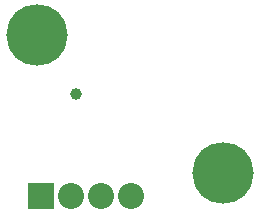
<source format=gbs>
G04*
G04 #@! TF.GenerationSoftware,Altium Limited,Altium Designer,18.0.12 (696)*
G04*
G04 Layer_Color=16711935*
%FSLAX25Y25*%
%MOIN*%
G70*
G01*
G75*
%ADD20R,0.08674X0.08674*%
%ADD21C,0.08674*%
%ADD22C,0.20485*%
%ADD23C,0.03950*%
D20*
X153500Y108000D02*
D03*
D21*
X163500D02*
D03*
X173500D02*
D03*
X183500D02*
D03*
D22*
X214000Y115500D02*
D03*
X152000Y161500D02*
D03*
D23*
X165000Y142000D02*
D03*
M02*

</source>
